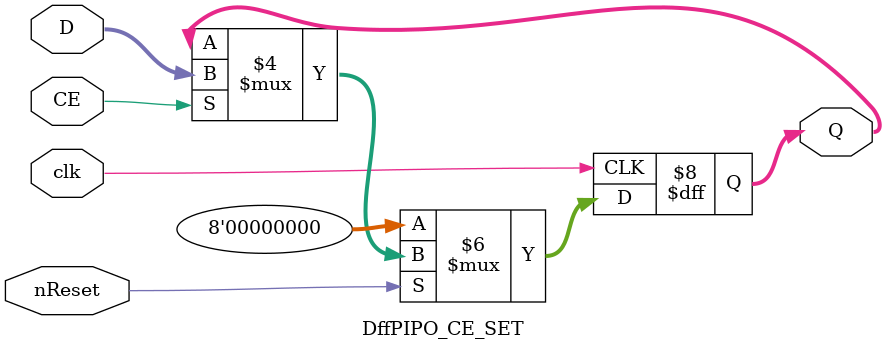
<source format=sv>
module DffPIPO_CE_SET #(parameter SET = 0, parameter SIZE = 8)(
    input CE,
    input [SIZE-1:0] D,
    input clk,
    input nReset,

    output reg [SIZE-1:0] Q
);

always @(posedge clk ) begin
    if(nReset) begin
        if(CE==1)
            Q <= D;
    end
    else 
        Q <= SET;
end
endmodule
</source>
